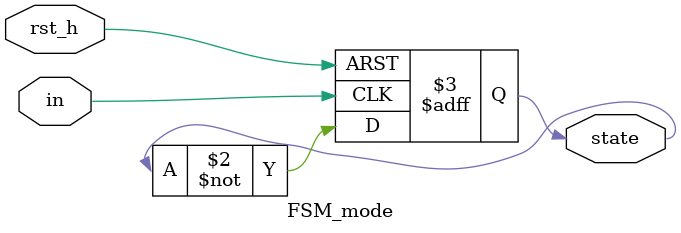
<source format=v>
module FSM_mode(in, rst_h, state);
    input in;
    input rst_h;
    output reg state;
  
    always@(posedge in or posedge rst_h) 
        if (rst_h) state <= 1'b0;
        else state <= ~state;
    
endmodule
</source>
